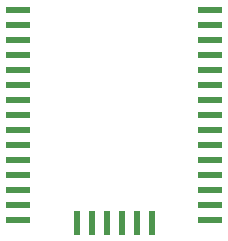
<source format=gbr>
G04 DipTrace 3.1.0.1*
G04 TopPaste.gbr*
%MOIN*%
G04 #@! TF.FileFunction,Paste,Top*
G04 #@! TF.Part,Single*
%ADD57R,0.082126X0.024126*%
%ADD59R,0.024126X0.082126*%
%FSLAX26Y26*%
G04*
G70*
G90*
G75*
G01*
G04 TopPaste*
%LPD*%
D59*
X969882Y566929D3*
X919882D3*
X1019882D3*
X1069882D3*
X869882D3*
X819882D3*
D57*
X1265882Y577929D3*
X623882D3*
X1265882Y627929D3*
X623882D3*
X1265882Y677929D3*
Y727929D3*
Y777929D3*
Y827929D3*
Y877929D3*
X623882Y677929D3*
Y727929D3*
Y777929D3*
Y827929D3*
Y877929D3*
Y927929D3*
X1265882D3*
Y977929D3*
Y1027929D3*
Y1077929D3*
Y1127929D3*
Y1177929D3*
Y1227929D3*
Y1277929D3*
X623882Y977929D3*
Y1027929D3*
Y1077929D3*
Y1127929D3*
Y1177929D3*
Y1227929D3*
Y1277929D3*
M02*

</source>
